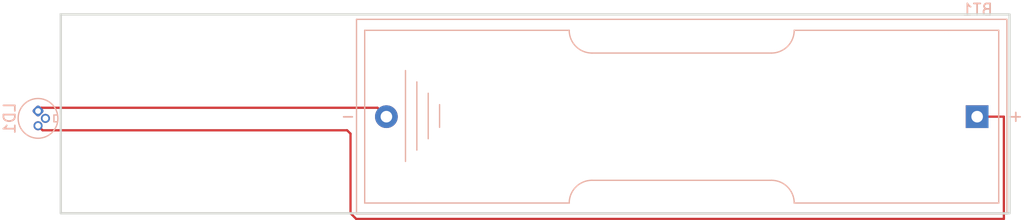
<source format=kicad_pcb>
(kicad_pcb (version 20240108) (generator "pcbnew") (generator_version "8.0")
  (layers (0 "F.Cu" signal) (31 "B.Cu" signal) (34 "B.Paste" user) (35 "F.Paste" user) (36 "B.SilkS" user "B.Silkscreen") (37 "F.SilkS" user "F.Silkscreen") (38 "B.Mask" user) (39 "F.Mask" user) (44 "Edge.Cuts" user))
  (net 0 "")
  (net 1 "Net-(BT1-+)")
  (net 2 "Net-(BT1--)")
  (footprint "OptoDevice:LaserDiode_TO3.3-D3.3-3" (layer "B.Cu") (at 85.5 102 -90)
    (property "Reference" "LD1" (at 0.65 2.5 90) (layer "B.SilkS") (effects (justify mirror)))
    (property "Value" "D_Laser_1A3C" (hide yes))
    (fp_line (start 0.35 -1.4) (end 0.95 -1.4) (stroke (width 0.12)) (layer "B.SilkS"))
    (fp_line (start 0.95 -1.4) (end 0.95 -1.7) (stroke (width 0.12)) (layer "B.SilkS"))
    (fp_line (start 0.35 -1.7) (end 0.35 -1.4) (stroke (width 0.12)) (layer "B.SilkS"))
    (fp_circle (center 0.65 0) (end -1.1 0) (stroke (width 0.12)) (fill none) (layer "B.SilkS"))
    (pad "1" thru_hole roundrect (at 0 0 225) (size 0.8 0.8) (drill 0.5) (layers "*.Cu" "*.Mask") (net 2 "Net-(BT1--)"))
    (pad "2" thru_hole circle (at 0.65 -0.65 270) (size 0.8 0.8) (drill 0.5) (layers "*.Cu" "*.Mask"))
    (pad "3" thru_hole circle (at 1.3 0 270) (size 0.8 0.8) (drill 0.5) (layers "*.Cu" "*.Mask") (net 1 "Net-(BT1-+)"))
  )
  (footprint "Battery:BatteryHolder_Keystone_2460_1xAA" (layer "B.Cu") (at 168.147352 102.5 180)
    (property "Reference" "BT1" (at -0.02 9.42 0) (layer "B.SilkS") (effects (justify mirror)))
    (property "Value" "1.5 battery AA")
    (fp_line (start 54.62 8.565) (end -2.62 8.565) (stroke (width 0.12)) (layer "B.SilkS"))
    (fp_line (start 54.62 -8.565) (end 54.62 8.565) (stroke (width 0.12)) (layer "B.SilkS"))
    (fp_line (start 53.9 7.6) (end 35.9 7.6) (stroke (width 0.12)) (layer "B.SilkS"))
    (fp_line (start 53.9 -7.6) (end 53.9 7.6) (stroke (width 0.12)) (layer "B.SilkS"))
    (fp_line (start 53.9 -7.6) (end 35.9 -7.6) (stroke (width 0.12)) (layer "B.SilkS"))
    (fp_line (start 50.31 -3.94) (end 50.31 4.06) (stroke (width 0.12)) (layer "B.SilkS"))
    (fp_line (start 49.31 3.06) (end 49.31 -2.94) (stroke (width 0.12)) (layer "B.SilkS"))
    (fp_line (start 48.31 -1.94) (end 48.31 2.06) (stroke (width 0.12)) (layer "B.SilkS"))
    (fp_line (start 47.31 -0.94) (end 47.31 1.06) (stroke (width 0.12)) (layer "B.SilkS"))
    (fp_line (start 33.9 5.6) (end 18.1 5.6) (stroke (width 0.12)) (layer "B.SilkS"))
    (fp_line (start 18.1 -5.6) (end 33.9 -5.6) (stroke (width 0.12)) (layer "B.SilkS"))
    (fp_line (start 16.1 7.6) (end -1.9 7.6) (stroke (width 0.12)) (layer "B.SilkS"))
    (fp_line (start 16.1 -7.6) (end -1.9 -7.6) (stroke (width 0.12)) (layer "B.SilkS"))
    (fp_line (start -1.9 -7.6) (end -1.9 7.6) (stroke (width 0.12)) (layer "B.SilkS"))
    (fp_line (start -2.62 8.565) (end -2.62 -8.565) (stroke (width 0.12)) (layer "B.SilkS"))
    (fp_line (start -2.62 -8.565) (end 54.62 -8.565) (stroke (width 0.12)) (layer "B.SilkS"))
    (fp_arc (start 35.9 -7.6) (mid 35.314214 -6.185786) (end 33.9 -5.6) (stroke (width 0.12)) (layer "B.SilkS"))
    (fp_arc (start 33.9 5.6) (mid 35.314214 6.185786) (end 35.9 7.6) (stroke (width 0.12)) (layer "B.SilkS"))
    (fp_arc (start 18.1 -5.6) (mid 16.685786 -6.185786) (end 16.1 -7.6) (stroke (width 0.12)) (layer "B.SilkS"))
    (fp_arc (start 16.1 7.6) (mid 16.685786 6.185786) (end 18.1 5.6) (stroke (width 0.12)) (layer "B.SilkS"))
    (fp_text user "+" (at -3.4 0.06 0) (layer "B.SilkS") (effects (justify mirror)))
    (fp_text user "-" (at 55.37 0.06 0) (layer "B.SilkS") (effects (justify mirror)))
    (pad "" np_thru_hole circle (at 2.75 5.995 90) (size 2.64 2.64) (drill 2.64) (layers "*.Cu" "*.Mask"))
    (pad "" np_thru_hole circle (at 49.23 -5.995 180) (size 2.64 2.64) (drill 2.64) (layers "*.Cu" "*.Mask"))
    (pad "1" thru_hole rect (at 0 0) (size 2 2) (drill 1.02) (layers "*.Cu" "*.Mask") (net 1 "Net-(BT1-+)"))
    (pad "2" thru_hole circle (at 51.99 0) (size 2 2) (drill 1.02) (layers "*.Cu" "*.Mask") (net 2 "Net-(BT1--)"))
  )
  (gr_rect (start 87.5 93.5) (end 171 111) (stroke (width 0.2)) (fill none) (layer "Edge.Cuts"))
  (segment (start 85.9 103.7) (end 112.7 103.7) (width 0.2) (layer "F.Cu") (net 1))
  (segment (start 170.5 102.5) (end 168.147352 102.5) (width 0.2) (layer "F.Cu") (net 1))
  (segment (start 112.7 103.7) (end 113 104) (width 0.2) (layer "F.Cu") (net 1))
  (segment (start 170.5 111.5) (end 170.5 102.5) (width 0.2) (layer "F.Cu") (net 1))
  (segment (start 113.5 111.5) (end 170.5 111.5) (width 0.2) (layer "F.Cu") (net 1))
  (segment (start 113 104) (end 113 111) (width 0.2) (layer "F.Cu") (net 1))
  (segment (start 113 111) (end 113.5 111.5) (width 0.2) (layer "F.Cu") (net 1))
  (segment (start 85.5 103.3) (end 85.9 103.7) (width 0.2) (layer "F.Cu") (net 1))
  (segment (start 115.374509 101.717157) (end 116.157352 102.5) (width 0.2) (layer "F.Cu") (net 2))
  (segment (start 85.782843 101.717157) (end 115.374509 101.717157) (width 0.2) (layer "F.Cu") (net 2))
  (segment (start 85.5 102) (end 85.782843 101.717157) (width 0.2) (layer "F.Cu") (net 2))
)
</source>
